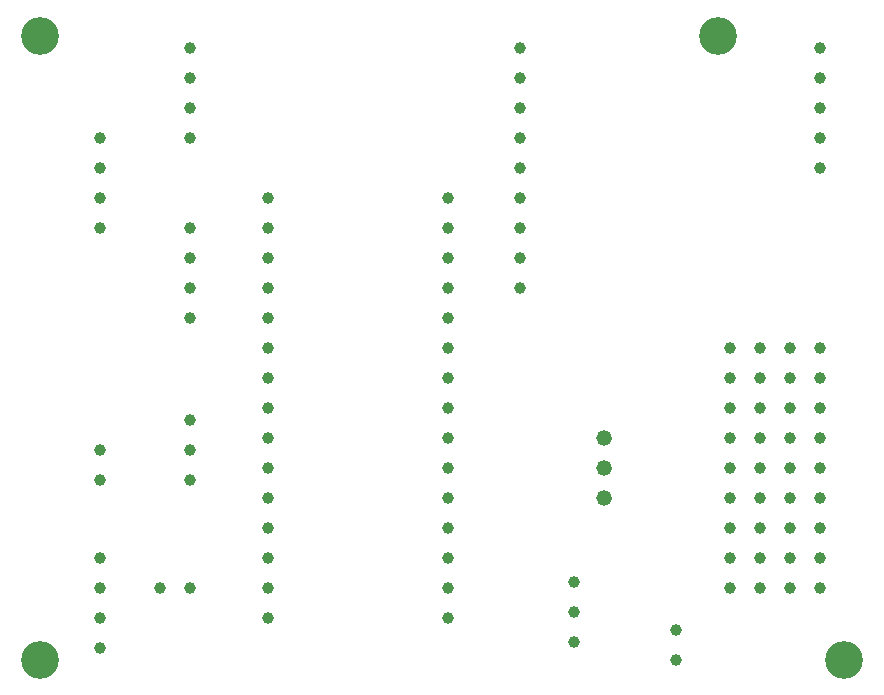
<source format=gbr>
G04 Generated by Ultiboard 14.2 *
%FSLAX34Y34*%
%MOMM*%

%ADD10C,0.0001*%
%ADD11C,3.2000*%
%ADD12C,1.0000*%
%ADD13C,1.3208*%


G04 ColorRGB 000000 for the following layer *
%LNDrill-Copper Top-Copper Bottom*%
%LPD*%
G54D11*
X35560Y35560D03*
X35560Y563880D03*
X716280Y35560D03*
X609600Y563880D03*
G54D12*
X441960Y528320D03*
X441960Y502920D03*
X441960Y477520D03*
X441960Y452120D03*
X441960Y426720D03*
X441960Y401320D03*
X441960Y375920D03*
X441960Y350520D03*
X695960Y452120D03*
X441960Y553720D03*
X695960Y553720D03*
X695960Y528320D03*
X695960Y502920D03*
X695960Y477520D03*
X228600Y426720D03*
X228600Y401320D03*
X228600Y375920D03*
X228600Y350520D03*
X228600Y325120D03*
X228600Y299720D03*
X228600Y274320D03*
X228600Y248920D03*
X228600Y223520D03*
X228600Y198120D03*
X228600Y172720D03*
X228600Y147320D03*
X228600Y121920D03*
X228600Y96520D03*
X228600Y71120D03*
X381000Y426720D03*
X381000Y401320D03*
X381000Y375920D03*
X381000Y350520D03*
X381000Y325120D03*
X381000Y299720D03*
X381000Y274320D03*
X381000Y248920D03*
X381000Y223520D03*
X381000Y198120D03*
X381000Y172720D03*
X381000Y147320D03*
X381000Y121920D03*
X381000Y96520D03*
X381000Y71120D03*
X86360Y45720D03*
X86360Y71120D03*
X86360Y96520D03*
X86360Y121920D03*
X574040Y35560D03*
X574040Y60960D03*
X137160Y96520D03*
X162560Y96520D03*
X162560Y187960D03*
X162560Y213360D03*
X162560Y238760D03*
X86360Y187960D03*
X86360Y213360D03*
X162560Y325120D03*
X162560Y350520D03*
X162560Y375920D03*
X162560Y401320D03*
X86360Y477520D03*
X86360Y452120D03*
X86360Y426720D03*
X86360Y401320D03*
X162560Y477520D03*
X162560Y502920D03*
X162560Y528320D03*
X162560Y553720D03*
X487680Y50800D03*
X487680Y76200D03*
X487680Y101600D03*
X695960Y299720D03*
X695960Y274320D03*
X695960Y248920D03*
X695960Y223520D03*
X695960Y198120D03*
X670560Y299720D03*
X670560Y274320D03*
X670560Y248920D03*
X670560Y223520D03*
X670560Y198120D03*
X619760Y299720D03*
X619760Y274320D03*
X619760Y248920D03*
X619760Y223520D03*
X619760Y198120D03*
X645160Y198120D03*
X645160Y223520D03*
X645160Y248920D03*
X645160Y274320D03*
X645160Y299720D03*
X619760Y121920D03*
X645160Y121920D03*
X670560Y121920D03*
X695960Y121920D03*
X619760Y147320D03*
X645160Y147320D03*
X670560Y147320D03*
X695960Y147320D03*
X619760Y172720D03*
X645160Y172720D03*
X670560Y172720D03*
X695960Y172720D03*
X619760Y96520D03*
X645160Y96520D03*
X670560Y96520D03*
X695960Y96520D03*
G54D13*
X513080Y198120D03*
X513080Y223520D03*
X513080Y172720D03*

M02*

</source>
